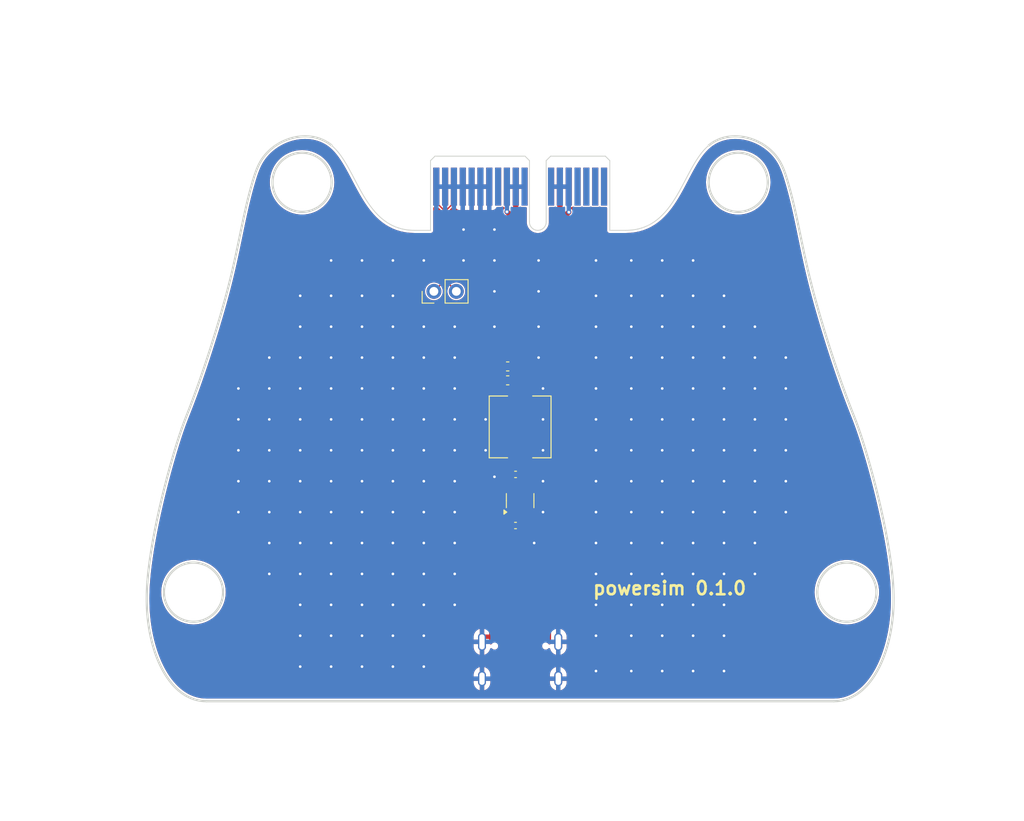
<source format=kicad_pcb>
(kicad_pcb (version 20240108) (generator "pcbnew") (generator_version "8.0")
  (layers (0 "F.Cu" signal) (31 "B.Cu" signal) (34 "B.Paste" user) (35 "F.Paste" user) (36 "B.SilkS" user "B.Silkscreen") (37 "F.SilkS" user "F.Silkscreen") (38 "B.Mask" user) (39 "F.Mask" user) (44 "Edge.Cuts" user))
  (net 0 "")
  (net 2 "Net-(U1-BST)")
  (net 8 "GND")
  (net 9 "+3.3V")
  (net 10 "+5V")
  (net 15 "CANN")
  (net 16 "CANP")
  (net 20 "Net-(U1-SW)")
  (footprint "Capacitor_SMD:C_0603_1608Metric" (layer "F.Cu") (at 145 86.075175 180)
    (property "Reference" "C4" (hide yes))
    (property "Value" "22u" (hide yes))
    (fp_line (start -0.14058 0.51) (end 0.14058 0.51) (stroke (width 0.12)) (layer "F.SilkS"))
    (fp_line (start -0.14058 -0.51) (end 0.14058 -0.51) (stroke (width 0.12)) (layer "F.SilkS"))
    (pad "1" smd roundrect (at -0.775 0 180) (size 0.9 0.95) (layers "F.Cu" "F.Paste" "F.Mask") (net 9 "+3.3V"))
    (pad "2" smd roundrect (at 0.775 0 180) (size 0.9 0.95) (layers "F.Cu" "F.Paste" "F.Mask") (net 8 "GND"))
  )
  (footprint "Capacitor_SMD:C_0603_1608Metric" (layer "F.Cu") (at 145 84.5 180)
    (property "Reference" "C3" (hide yes))
    (property "Value" "22u" (hide yes))
    (fp_line (start -0.14058 0.51) (end 0.14058 0.51) (stroke (width 0.12)) (layer "F.SilkS"))
    (fp_line (start -0.14058 -0.51) (end 0.14058 -0.51) (stroke (width 0.12)) (layer "F.SilkS"))
    (pad "1" smd roundrect (at -0.775 0 180) (size 0.9 0.95) (layers "F.Cu" "F.Paste" "F.Mask") (net 9 "+3.3V"))
    (pad "2" smd roundrect (at 0.775 0 180) (size 0.9 0.95) (layers "F.Cu" "F.Paste" "F.Mask") (net 8 "GND"))
  )
  (footprint "Connector_USB:USB_C_Receptacle_Palconn_UTC16-G" (layer "F.Cu") (at 146.41 117.625)
    (property "Reference" "J6" (hide yes))
    (property "Value" "USB_C_Receptacle_USB2.0_16P" (hide yes))
    (pad "" np_thru_hole circle (at -2.89 -1.45 180) (size 0.6 0.6) (drill 0.6) (layers "*.Cu" "*.Mask"))
    (pad "" np_thru_hole circle (at 2.89 -1.45 180) (size 0.6 0.6) (drill 0.6) (layers "*.Cu" "*.Mask"))
    (pad "A1" smd rect (at -3.2 -2.51) (size 0.6 1.16) (layers "F.Cu" "F.Paste" "F.Mask") (net 8 "GND"))
    (pad "A4" smd rect (at -2.4 -2.51) (size 0.6 1.16) (layers "F.Cu" "F.Paste" "F.Mask") (net 10 "+5V"))
    (pad "A5" smd rect (at -1.25 -2.51 180) (size 0.3 1.16) (layers "F.Cu" "F.Paste" "F.Mask"))
    (pad "A6" smd rect (at -0.25 -2.51 180) (size 0.3 1.16) (layers "F.Cu" "F.Paste" "F.Mask"))
    (pad "A7" smd rect (at 0.25 -2.51 180) (size 0.3 1.16) (layers "F.Cu" "F.Paste" "F.Mask"))
    (pad "A8" smd rect (at 1.25 -2.51 180) (size 0.3 1.16) (layers "F.Cu" "F.Paste" "F.Mask"))
    (pad "A9" smd rect (at 2.4 -2.51) (size 0.6 1.16) (layers "F.Cu" "F.Paste" "F.Mask") (net 10 "+5V"))
    (pad "A12" smd rect (at 3.2 -2.51) (size 0.6 1.16) (layers "F.Cu" "F.Paste" "F.Mask") (net 8 "GND"))
    (pad "B1" smd rect (at 3.2 -2.51) (size 0.6 1.16) (layers "F.Cu" "F.Paste" "F.Mask") (net 8 "GND"))
    (pad "B4" smd rect (at 2.4 -2.51) (size 0.6 1.16) (layers "F.Cu" "F.Paste" "F.Mask") (net 10 "+5V"))
    (pad "B5" smd rect (at 1.75 -2.51 180) (size 0.3 1.16) (layers "F.Cu" "F.Paste" "F.Mask"))
    (pad "B6" smd rect (at 0.75 -2.51 180) (size 0.3 1.16) (layers "F.Cu" "F.Paste" "F.Mask"))
    (pad "B7" smd rect (at -0.75 -2.51 180) (size 0.3 1.16) (layers "F.Cu" "F.Paste" "F.Mask"))
    (pad "B8" smd rect (at -1.75 -2.51 180) (size 0.3 1.16) (layers "F.Cu" "F.Paste" "F.Mask"))
    (pad "B9" smd rect (at -2.4 -2.51) (size 0.6 1.16) (layers "F.Cu" "F.Paste" "F.Mask") (net 10 "+5V"))
    (pad "B12" smd rect (at -3.2 -2.51) (size 0.6 1.16) (layers "F.Cu" "F.Paste" "F.Mask") (net 8 "GND"))
    (pad "S1" thru_hole oval (at -4.32 -1.93 90) (size 2 0.9) (drill oval 1.7 0.6) (layers "*.Cu" "*.Mask") (net 8 "GND"))
    (pad "S1" thru_hole oval (at -4.32 2.24 90) (size 1.7 0.9) (drill oval 1.4 0.6) (layers "*.Cu" "*.Mask") (net 8 "GND"))
    (pad "S1" thru_hole oval (at 4.32 -1.93 90) (size 2 0.9) (drill oval 1.7 0.6) (layers "*.Cu" "*.Mask") (net 8 "GND"))
    (pad "S1" thru_hole oval (at 4.32 2.24 90) (size 1.7 0.9) (drill oval 1.4 0.6) (layers "*.Cu" "*.Mask") (net 8 "GND"))
  )
  (footprint "Capacitor_SMD:C_0402_1005Metric" (layer "F.Cu") (at 145.893095 96.731528)
    (property "Reference" "C2" (hide yes))
    (property "Value" "100n" (hide yes))
    (fp_line (start -0.107836 -0.36) (end 0.107836 -0.36) (stroke (width 0.12)) (layer "F.SilkS"))
    (fp_line (start -0.107836 0.36) (end 0.107836 0.36) (stroke (width 0.12)) (layer "F.SilkS"))
    (pad "1" smd roundrect (at -0.48 0) (size 0.56 0.62) (layers "F.Cu" "F.Paste" "F.Mask") (net 2 "Net-(U1-BST)"))
    (pad "2" smd roundrect (at 0.48 0) (size 0.56 0.62) (layers "F.Cu" "F.Paste" "F.Mask") (net 20 "Net-(U1-SW)"))
  )
  (footprint "Package_TO_SOT_SMD:TSOT-23-6" (layer "F.Cu") (at 146.41 99.7 90)
    (property "Reference" "U1" (hide yes))
    (property "Value" "AP63203WU" (hide yes))
    (fp_line (start 0 -1.56) (end 0.8 -1.56) (stroke (width 0.12)) (layer "F.SilkS"))
    (fp_line (start 0 -1.56) (end -0.8 -1.56) (stroke (width 0.12)) (layer "F.SilkS"))
    (fp_line (start 0 1.56) (end 0.8 1.56) (stroke (width 0.12)) (layer "F.SilkS"))
    (fp_line (start 0 1.56) (end -0.8 1.56) (stroke (width 0.12)) (layer "F.SilkS"))
    (fp_poly (pts (xy -1.3 -1.51) (xy -1.54 -1.84) (xy -1.06 -1.84) (xy -1.3 -1.51)) (stroke (width 0.12)) (fill solid) (layer "F.SilkS"))
    (pad "1" smd roundrect (at -1.1375 -0.95 90) (size 1.325 0.6) (layers "F.Cu" "F.Paste" "F.Mask") (net 9 "+3.3V"))
    (pad "2" smd roundrect (at -1.1375 0 90) (size 1.325 0.6) (layers "F.Cu" "F.Paste" "F.Mask") (net 10 "+5V"))
    (pad "3" smd roundrect (at -1.1375 0.95 90) (size 1.325 0.6) (layers "F.Cu" "F.Paste" "F.Mask") (net 10 "+5V"))
    (pad "4" smd roundrect (at 1.1375 0.95 90) (size 1.325 0.6) (layers "F.Cu" "F.Paste" "F.Mask") (net 8 "GND"))
    (pad "5" smd roundrect (at 1.1375 0 90) (size 1.325 0.6) (layers "F.Cu" "F.Paste" "F.Mask") (net 20 "Net-(U1-SW)"))
    (pad "6" smd roundrect (at 1.1375 -0.95 90) (size 1.325 0.6) (layers "F.Cu" "F.Paste" "F.Mask") (net 2 "Net-(U1-BST)"))
  )
  (footprint "Connector_PinHeader_2.54mm:PinHeader_1x02_P2.54mm_Vertical" (layer "F.Cu") (at 136.643 76 90)
    (property "Reference" "J2" (hide yes))
    (property "Value" "Conn_01x02_Pin" (hide yes))
    (fp_line (start -1.33 -1.33) (end 0 -1.33) (stroke (width 0.12)) (layer "F.SilkS"))
    (fp_line (start -1.33 0) (end -1.33 -1.33) (stroke (width 0.12)) (layer "F.SilkS"))
    (fp_line (start 1.33 1.27) (end 1.33 3.87) (stroke (width 0.12)) (layer "F.SilkS"))
    (fp_line (start -1.33 1.27) (end 1.33 1.27) (stroke (width 0.12)) (layer "F.SilkS"))
    (fp_line (start -1.33 1.27) (end -1.33 3.87) (stroke (width 0.12)) (layer "F.SilkS"))
    (fp_line (start -1.33 3.87) (end 1.33 3.87) (stroke (width 0.12)) (layer "F.SilkS"))
    (pad "1" thru_hole circle (at 0 0 90) (size 1.7 1.7) (drill 1) (layers "*.Cu" "*.Mask") (net 16 "CANP"))
    (pad "2" thru_hole oval (at 0 2.54 90) (size 1.7 1.7) (drill 1) (layers "*.Cu" "*.Mask") (net 15 "CANN"))
  )
  (footprint "SLF7055T-6R8N2R8-3PF:IND_SLF7055T-6R8N2R8-3PF" (layer "F.Cu") (at 146.41 91.35 90)
    (property "Reference" "L1" (hide yes))
    (property "Value" "SLF7055T-6R8N2R8-3PF" (hide yes))
    (fp_line (start 3.5 -3.5) (end 3.5 -1.42) (stroke (width 0.127)) (layer "F.SilkS"))
    (fp_line (start -3.5 -3.5) (end 3.5 -3.5) (stroke (width 0.127)) (layer "F.SilkS"))
    (fp_line (start -3.5 -3.5) (end -3.5 -1.42) (stroke (width 0.127)) (layer "F.SilkS"))
    (fp_line (start 3.5 3.5) (end 3.5 1.42) (stroke (width 0.127)) (layer "F.SilkS"))
    (fp_line (start -3.5 3.5) (end -3.5 1.42) (stroke (width 0.127)) (layer "F.SilkS"))
    (fp_line (start -3.5 3.5) (end 3.5 3.5) (stroke (width 0.127)) (layer "F.SilkS"))
    (pad "1" smd rect (at -3.15 0 90) (size 1.5 2.2) (layers "F.Cu" "F.Paste" "F.Mask") (net 20 "Net-(U1-SW)"))
    (pad "2" smd rect (at 3.15 0 90) (size 1.5 2.2) (layers "F.Cu" "F.Paste" "F.Mask") (net 9 "+3.3V"))
  )
  (footprint "Capacitor_SMD:C_0402_1005Metric" (layer "F.Cu") (at 145.886304 102.51824 180)
    (property "Reference" "C1" (hide yes))
    (property "Value" "10u" (hide yes))
    (fp_line (start -0.107836 0.36) (end 0.107836 0.36) (stroke (width 0.12)) (layer "F.SilkS"))
    (fp_line (start -0.107836 -0.36) (end 0.107836 -0.36) (stroke (width 0.12)) (layer "F.SilkS"))
    (pad "1" smd roundrect (at -0.48 0 180) (size 0.56 0.62) (layers "F.Cu" "F.Paste" "F.Mask") (net 10 "+5V"))
    (pad "2" smd roundrect (at 0.48 0 180) (size 0.56 0.62) (layers "F.Cu" "F.Paste" "F.Mask") (net 8 "GND"))
  )
  (footprint "Connector_PCBEdge:BUS_PCIexpress_x1" (layer "B.Cu") (at 136.913 64.138595)
    (property "Reference" "J1" (hide yes))
    (property "Value" "Bus_PCI_Express_x1" (hide yes))
    (fp_line (start -0.65 -2.95) (end -0.65 4.95) (stroke (width 0.1)) (layer "Edge.Cuts"))
    (fp_line (start -0.15 -3.45) (end -0.65 -2.95) (stroke (width 0.1)) (layer "Edge.Cuts"))
    (fp_line (start 10.05 -3.45) (end -0.15 -3.45) (stroke (width 0.1)) (layer "Edge.Cuts"))
    (fp_line (start 10.05 -3.45) (end 10.55 -2.95) (stroke (width 0.1)) (layer "Edge.Cuts"))
    (fp_line (start 10.55 -2.95) (end 10.55 4) (stroke (width 0.1)) (layer "Edge.Cuts"))
    (fp_line (start 12.45 -2.95) (end 12.45 4) (stroke (width 0.1)) (layer "Edge.Cuts"))
    (fp_line (start 12.95 -3.45) (end 12.45 -2.95) (stroke (width 0.1)) (layer "Edge.Cuts"))
    (fp_line (start 19.15 -3.45) (end 12.95 -3.45) (stroke (width 0.1)) (layer "Edge.Cuts"))
    (fp_line (start 19.15 -3.45) (end 19.65 -2.95) (stroke (width 0.1)) (layer "Edge.Cuts"))
    (fp_line (start 19.65 -2.95) (end 19.65 4.95) (stroke (width 0.1)) (layer "Edge.Cuts"))
    (fp_arc (start 12.45 4) (mid 11.5 4.95) (end 10.55 4) (stroke (width 0.1)) (layer "Edge.Cuts"))
    (pad "A1" connect rect (at 0 0) (size 0.7 4.3) (layers "F.Cu" "F.Mask") (net 16 "CANP"))
    (pad "A2" connect rect (at 1 0) (size 0.7 4.3) (layers "F.Cu" "F.Mask"))
    (pad "A3" connect rect (at 2 0) (size 0.7 4.3) (layers "F.Cu" "F.Mask") (net 15 "CANN"))
    (pad "A4" connect rect (at 3 0) (size 0.7 4.3) (layers "F.Cu" "F.Mask") (net 8 "GND"))
    (pad "A5" connect rect (at 4 0) (size 0.7 4.3) (layers "F.Cu" "F.Mask") (net 8 "GND"))
    (pad "A6" connect rect (at 5 0) (size 0.7 4.3) (layers "F.Cu" "F.Mask") (net 8 "GND"))
    (pad "A7" connect rect (at 6 0) (size 0.7 4.3) (layers "F.Cu" "F.Mask") (net 8 "GND"))
    (pad "A8" connect rect (at 7 0) (size 0.7 4.3) (layers "F.Cu" "F.Mask"))
    (pad "A9" connect rect (at 8 0) (size 0.7 4.3) (layers "F.Cu" "F.Mask") (net 9 "+3.3V"))
    (pad "A10" connect rect (at 9 0) (size 0.7 4.3) (layers "F.Cu" "F.Mask") (net 9 "+3.3V"))
    (pad "A11" connect rect (at 10 0) (size 0.7 4.3) (layers "F.Cu" "F.Mask") (net 9 "+3.3V"))
    (pad "A12" connect rect (at 13 0) (size 0.7 4.3) (layers "F.Cu" "F.Mask") (net 10 "+5V"))
    (pad "A13" connect rect (at 14 0) (size 0.7 4.3) (layers "F.Cu" "F.Mask") (net 10 "+5V"))
    (pad "A14" connect rect (at 15 0) (size 0.7 4.3) (layers "F.Cu" "F.Mask") (net 10 "+5V"))
    (pad "A15" connect rect (at 16 0) (size 0.7 4.3) (layers "F.Cu" "F.Mask"))
    (pad "A16" connect rect (at 17 0) (size 0.7 4.3) (layers "F.Cu" "F.Mask"))
    (pad "A17" connect rect (at 18 0) (size 0.7 4.3) (layers "F.Cu" "F.Mask"))
    (pad "A18" connect rect (at 19 0) (size 0.7 4.3) (layers "F.Cu" "F.Mask"))
    (pad "B1" connect rect (at 0 0) (size 0.7 4.3) (layers "B.Cu" "B.Mask") (net 8 "GND"))
    (pad "B2" connect rect (at 1 0) (size 0.7 4.3) (layers "B.Cu" "B.Mask") (net 8 "GND"))
    (pad "B3" connect rect (at 2 0) (size 0.7 4.3) (layers "B.Cu" "B.Mask") (net 8 "GND"))
    (pad "B4" connect rect (at 3 0) (size 0.7 4.3) (layers "B.Cu" "B.Mask") (net 8 "GND"))
    (pad "B5" connect rect (at 4 0) (size 0.7 4.3) (layers "B.Cu" "B.Mask") (net 8 "GND"))
    (pad "B6" connect rect (at 5 0) (size 0.7 4.3) (layers "B.Cu" "B.Mask") (net 8 "GND"))
    (pad "B7" connect rect (at 6 0) (size 0.7 4.3) (layers "B.Cu" "B.Mask") (net 8 "GND"))
    (pad "B8" connect rect (at 7 0) (size 0.7 4.3) (layers "B.Cu" "B.Mask"))
    (pad "B9" connect rect (at 8 0) (size 0.7 4.3) (layers "B.Cu" "B.Mask") (net 9 "+3.3V"))
    (pad "B10" connect rect (at 9 0) (size 0.7 4.3) (layers "B.Cu" "B.Mask") (net 9 "+3.3V"))
    (pad "B11" connect rect (at 10 0) (size 0.7 4.3) (layers "B.Cu" "B.Mask") (net 9 "+3.3V"))
    (pad "B12" connect rect (at 13 0) (size 0.7 4.3) (layers "B.Cu" "B.Mask") (net 10 "+5V"))
    (pad "B13" connect rect (at 14 0) (size 0.7 4.3) (layers "B.Cu" "B.Mask") (net 10 "+5V"))
    (pad "B14" connect rect (at 15 0) (size 0.7 4.3) (layers "B.Cu" "B.Mask") (net 10 "+5V"))
    (pad "B15" connect rect (at 16 0) (size 0.7 4.3) (layers "B.Cu" "B.Mask"))
    (pad "B16" connect rect (at 17 0) (size 0.7 4.3) (layers "B.Cu" "B.Mask"))
    (pad "B17" connect rect (at 18 0) (size 0.7 4.3) (layers "B.Cu" "B.Mask"))
    (pad "B18" connect rect (at 19 0) (size 0.7 4.3) (layers "B.Cu" "B.Mask"))
  )
  (gr_curve (pts (xy 104.200217 108.833629) (xy 104.094575 110.19876) (xy 104.091862 111.420188) (xy 104.19191 112.609777)) (stroke (width 0.25)) (layer "Edge.Cuts"))
  (gr_curve (pts (xy 158.353479 69.088595) (xy 164.183489 69.088595) (xy 164.78237 61.925014) (xy 167.784109 59.460642)) (stroke (width 0.1)) (layer "Edge.Cuts"))
  (gr_circle (center 121.713305 63.648595) (end 118.363305 63.648595) (stroke (width 0.25)) (fill none) (layer "Edge.Cuts"))
  (gr_curve (pts (xy 108.082735 91.544879) (xy 106.804268 95.195924) (xy 104.634104 103.226822) (xy 104.200217 108.833629)) (stroke (width 0.25)) (layer "Edge.Cuts"))
  (gr_curve (pts (xy 104.19191 112.609777) (xy 104.630063 117.81952) (xy 107.039118 122.418595) (xy 110.892405 122.418595)) (stroke (width 0.25)) (layer "Edge.Cuts"))
  (gr_curve (pts (xy 167.784109 59.460642) (xy 170.210083 57.468961) (xy 174.205534 58.546668) (xy 175.818121 61.288482)) (stroke (width 0.25)) (layer "Edge.Cuts"))
  (gr_curve (pts (xy 188.626393 108.833629) (xy 188.732035 110.19876) (xy 188.734748 111.420188) (xy 188.6347 112.609777)) (stroke (width 0.25)) (layer "Edge.Cuts"))
  (gr_curve (pts (xy 134.473131 69.088595) (xy 128.64312 69.088595) (xy 128.044239 61.925014) (xy 125.042501 59.460642)) (stroke (width 0.1)) (layer "Edge.Cuts"))
  (gr_curve (pts (xy 113.472466 75.059248) (xy 112.290838 79.754285) (xy 110.351021 85.669927) (xy 108.978354 89.194163)) (stroke (width 0.25)) (layer "Edge.Cuts"))
  (gr_curve (pts (xy 188.6347 112.609777) (xy 188.196547 117.81952) (xy 185.787491 122.418595) (xy 181.934204 122.418595)) (stroke (width 0.25)) (layer "Edge.Cuts"))
  (gr_curve (pts (xy 176.687263 63.480371) (xy 177.785498 67.180024) (xy 178.221514 70.558899) (xy 179.354144 75.059248)) (stroke (width 0.25)) (layer "Edge.Cuts"))
  (gr_curve (pts (xy 179.354144 75.059248) (xy 180.535772 79.754285) (xy 182.475589 85.669927) (xy 183.848256 89.194163)) (stroke (width 0.25)) (layer "Edge.Cuts"))
  (gr_circle (center 183.413305 110.068595) (end 180.063305 110.068595) (stroke (width 0.25)) (fill none) (layer "Edge.Cuts"))
  (gr_circle (center 109.413305 110.068595) (end 106.063305 110.068595) (stroke (width 0.25)) (fill none) (layer "Edge.Cuts"))
  (gr_line (start 181.934204 122.418595) (end 110.892405 122.418595) (stroke (width 0.25)) (layer "Edge.Cuts"))
  (gr_curve (pts (xy 184.743874 91.544879) (xy 186.022342 95.195924) (xy 188.192506 103.226822) (xy 188.626393 108.833629)) (stroke (width 0.25)) (layer "Edge.Cuts"))
  (gr_line (start 136.263 69.088595) (end 134.473131 69.088595) (stroke (width 0.1)) (layer "Edge.Cuts"))
  (gr_curve (pts (xy 116.139346 63.480371) (xy 115.041112 67.180024) (xy 114.605095 70.558899) (xy 113.472466 75.059248)) (stroke (width 0.25)) (layer "Edge.Cuts"))
  (gr_curve (pts (xy 117.008488 61.288482) (xy 116.615003 61.957508) (xy 116.363394 62.725615) (xy 116.139346 63.480371)) (stroke (width 0.25)) (layer "Edge.Cuts"))
  (gr_curve (pts (xy 175.818121 61.288482) (xy 176.211606 61.957508) (xy 176.463215 62.725615) (xy 176.687263 63.480371)) (stroke (width 0.25)) (layer "Edge.Cuts"))
  (gr_circle (center 171.113305 63.648595) (end 167.763305 63.648595) (stroke (width 0.25)) (fill none) (layer "Edge.Cuts"))
  (gr_curve (pts (xy 108.978354 89.194163) (xy 108.681873 89.955359) (xy 108.41185 90.604993) (xy 108.082735 91.544879)) (stroke (width 0.25)) (layer "Edge.Cuts"))
  (gr_line (start 156.563305 69.088595) (end 158.353479 69.088595) (stroke (width 0.1)) (layer "Edge.Cuts"))
  (gr_curve (pts (xy 125.042501 59.460642) (xy 122.616527 57.468961) (xy 118.621076 58.546668) (xy 117.008488 61.288482)) (stroke (width 0.25)) (layer "Edge.Cuts"))
  (gr_curve (pts (xy 183.848256 89.194163) (xy 184.144737 89.955359) (xy 184.414759 90.604993) (xy 184.743874 91.544879)) (stroke (width 0.25)) (layer "Edge.Cuts"))
  (gr_text "powersim 0.1.0" (at 154.5 110.5 0) (layer "F.SilkS") (effects (font (size 1.5 1.5) (thickness 0.3) (bold yes)) (justify left bottom)))
  (segment (start 145.46 98.5625) (end 145.46 96.778433) (width 0.2) (layer "F.Cu") (net 2))
  (segment (start 145.46 96.778433) (end 145.413095 96.731528) (width 0.2) (layer "F.Cu") (net 2))
  (segment (start 142.913 64.138595) (end 139.913 64.138595) (width 0.5) (layer "F.Cu") (net 8))
  (via (at 166 97.5) (size 0.4) (drill 0.3) (layers "F.Cu" "B.Cu") (net 8))
  (via (at 143.5 72.5) (size 0.4) (drill 0.3) (layers "F.Cu" "B.Cu") (net 8))
  (via (at 169.5 94) (size 0.4) (drill 0.3) (layers "F.Cu" "B.Cu") (net 8))
  (via (at 159 87) (size 0.4) (drill 0.3) (layers "F.Cu" "B.Cu") (net 8))
  (via (at 162.5 101) (size 0.4) (drill 0.3) (layers "F.Cu" "B.Cu") (net 8))
  (via (at 128.5 108) (size 0.4) (drill 0.3) (layers "F.Cu" "B.Cu") (net 8))
  (via (at 155 90.5) (size 0.4) (drill 0.3) (layers "F.Cu" "B.Cu") (net 8))
  (via (at 135.5 111.5) (size 0.4) (drill 0.3) (layers "F.Cu" "B.Cu") (net 8))
  (via (at 132 118.5) (size 0.4) (drill 0.3) (layers "F.Cu" "B.Cu") (net 8))
  (via (at 143.5 80) (size 0.4) (drill 0.3) (layers "F.Cu" "B.Cu") (net 8))
  (via (at 118 87) (size 0.4) (drill 0.3) (layers "F.Cu" "B.Cu") (net 8))
  (via (at 140 72.5) (size 0.4) (drill 0.3) (layers "F.Cu" "B.Cu") (net 8))
  (via (at 121.5 83.5) (size 0.4) (drill 0.3) (layers "F.Cu" "B.Cu") (net 8))
  (via (at 121.5 101) (size 0.4) (drill 0.3) (layers "F.Cu" "B.Cu") (net 8))
  (via (at 118 90.5) (size 0.4) (drill 0.3) (layers "F.Cu" "B.Cu") (net 8))
  (via (at 159 83.5) (size 0.4) (drill 0.3) (layers "F.Cu" "B.Cu") (net 8))
  (via (at 176.5 101) (size 0.4) (drill 0.3) (layers "F.Cu" "B.Cu") (net 8))
  (via (at 135.5 94) (size 0.4) (drill 0.3) (layers "F.Cu" "B.Cu") (net 8))
  (via (at 118 101) (size 0.4) (drill 0.3) (layers "F.Cu" "B.Cu") (net 8))
  (via (at 132 87) (size 0.4) (drill 0.3) (layers "F.Cu" "B.Cu") (net 8))
  (via (at 132 76.5) (size 0.4) (drill 0.3) (layers "F.Cu" "B.Cu") (net 8))
  (via (at 139 87) (size 0.4) (drill 0.3) (layers "F.Cu" "B.Cu") (net 8))
  (via (at 125 101) (size 0.4) (drill 0.3) (layers "F.Cu" "B.Cu") (net 8))
  (via (at 166 115) (size 0.4) (drill 0.3) (layers "F.Cu" "B.Cu") (net 8))
  (via (at 166 80) (size 0.4) (drill 0.3) (layers "F.Cu" "B.Cu") (net 8))
  (via (at 162.5 80) (size 0.4) (drill 0.3) (layers "F.Cu" "B.Cu") (net 8))
  (via (at 166 72.5) (size 0.4) (drill 0.3) (layers "F.Cu" "B.Cu") (net 8))
  (via (at 149 101) (size 0.4) (drill 0.3) (layers "F.Cu" "B.Cu") (net 8))
  (via (at 173 90.5) (size 0.4) (drill 0.3) (layers "F.Cu" "B.Cu") (net 8))
  (via (at 162.5 108) (size 0.4) (drill 0.3) (layers "F.Cu" "B.Cu") (net 8))
  (via (at 155 104.5) (size 0.4) (drill 0.3) (layers "F.Cu" "B.Cu") (net 8))
  (via (at 128.5 80) (size 0.4) (drill 0.3) (layers "F.Cu" "B.Cu") (net 8))
  (via (at 114.5 101) (size 0.4) (drill 0.3) (layers "F.Cu" "B.Cu") (net 8))
  (via (at 166 76.5) (size 0.4) (drill 0.3) (layers "F.Cu" "B.Cu") (net 8))
  (via (at 162.5 90.5) (size 0.4) (drill 0.3) (layers "F.Cu" "B.Cu") (net 8))
  (via (at 132 115) (size 0.4) (drill 0.3) (layers "F.Cu" "B.Cu") (net 8))
  (via (at 125 90.5) (size 0.4) (drill 0.3) (layers "F.Cu" "B.Cu") (net 8))
  (via (at 169.5 87) (size 0.4) (drill 0.3) (layers "F.Cu" "B.Cu") (net 8))
  (via (at 128.5 101) (size 0.4) (drill 0.3) (layers "F.Cu" "B.Cu") (net 8))
  (via (at 135.5 115) (size 0.4) (drill 0.3) (layers "F.Cu" "B.Cu") (net 8))
  (via (at 159 94) (size 0.4) (drill 0.3) (layers "F.Cu" "B.Cu") (net 8))
  (via (at 135.5 97.5) (size 0.4) (drill 0.3) (layers "F.Cu" "B.Cu") (net 8))
  (via (at 142.5 90.5) (size 0.4) (drill 0.3) (layers "F.Cu" "B.Cu") (net 8))
  (via (at 159 80) (size 0.4) (drill 0.3) (layers "F.Cu" "B.Cu") (net 8))
  (via (at 121.5 97.5) (size 0.4) (drill 0.3) (layers "F.Cu" "B.Cu") (net 8))
  (via (at 155 108) (size 0.4) (drill 0.3) (layers "F.Cu" "B.Cu") (net 8))
  (via (at 155 94) (size 0.4) (drill 0.3) (layers "F.Cu" "B.Cu") (net 8))
  (via (at 128.5 87) (size 0.4) (drill 0.3) (layers "F.Cu" "B.Cu") (net 8))
  (via (at 125 83.5) (size 0.4) (drill 0.3) (layers "F.Cu" "B.Cu") (net 8))
  (via (at 169.5 104.5) (size 0.4) (drill 0.3) (layers "F.Cu" "B.Cu") (net 8))
  (via (at 162.5 76.5) (size 0.4) (drill 0.3) (layers "F.Cu" "B.Cu") (net 8))
  (via (at 173 104.5) (size 0.4) (drill 0.3) (layers "F.Cu" "B.Cu") (net 8))
  (via (at 169.5 80) (size 0.4) (drill 0.3) (layers "F.Cu" "B.Cu") (net 8))
  (via (at 155 111.5) (size 0.4) (drill 0.3) (layers "F.Cu" "B.Cu") (net 8))
  (via (at 135.5 87) (size 0.4) (drill 0.3) (layers "F.Cu" "B.Cu") (net 8))
  (via (at 149 87) (size 0.4) (drill 0.3) (layers "F.Cu" "B.Cu") (net 8))
  (via (at 162.5 97.5) (size 0.4) (drill 0.3) (layers "F.Cu" "B.Cu") (net 8))
  (via (at 139 111.5) (size 0.4) (drill 0.3) (layers "F.Cu" "B.Cu") (net 8))
  (via (at 166 87) (size 0.4) (drill 0.3) (layers "F.Cu" "B.Cu") (net 8))
  (via (at 132 80) (size 0.4) (drill 0.3) (layers "F.Cu" "B.Cu") (net 8))
  (via (at 155 87) (size 0.4) (drill 0.3) (layers "F.Cu" "B.Cu") (net 8))
  (via (at 121.5 111.5) (size 0.4) (drill 0.3) (layers "F.Cu" "B.Cu") (net 8))
  (via (at 135.5 101) (size 0.4) (drill 0.3) (layers "F.Cu" "B.Cu") (net 8))
  (via (at 169.5 83.5) (size 0.4) (drill 0.3) (layers "F.Cu" "B.Cu") (net 8))
  (via (at 155 119) (size 0.4) (drill 0.3) (layers "F.Cu" "B.Cu") (net 8))
  (via (at 149 97.5) (size 0.4) (drill 0.3) (layers "F.Cu" "B.Cu") (net 8))
  (via (at 173 87) (size 0.4) (drill 0.3) (layers "F.Cu" "B.Cu") (net 8))
  (via (at 128.5 104.5) (size 0.4) (drill 0.3) (layers "F.Cu" "B.Cu") (net 8))
  (via (at 159 97.5) (size 0.4) (drill 0.3) (layers "F.Cu" "B.Cu") (net 8))
  (via (at 169.5 76.5) (size 0.4) (drill 0.3) (layers "F.Cu" "B.Cu") (net 8))
  (via (at 166 90.5) (size 0.4) (drill 0.3) (layers "F.Cu" "B.Cu") (net 8))
  (via (at 121.5 76.5) (size 0.4) (drill 0.3) (layers "F.Cu" "B.Cu") (net 8))
  (via (at 125 72.5) (size 0.4) (drill 0.3) (layers "F.Cu" "B.Cu") (net 8))
  (via (at 148.5 83.5) (size 0.4) (drill 0.3) (layers "F.Cu" "B.Cu") (net 8))
  (via (at 159 76.5) (size 0.4) (drill 0.3) (layers "F.Cu" "B.Cu") (net 8))
  (via (at 128.5 90.5) (size 0.4) (drill 0.3) (layers "F.Cu" "B.Cu") (net 8))
  (via (at 128.5 83.5) (size 0.4) (drill 0.3) (layers "F.Cu" "B.Cu") (net 8))
  (via (at 173 97.5) (size 0.4) (drill 0.3) (layers "F.Cu" "B.Cu") (net 8))
  (via (at 135.5 80) (size 0.4) (drill 0.3) (layers "F.Cu" "B.Cu") (net 8))
  (via (at 159 119) (size 0.4) (drill 0.3) (layers "F.Cu" "B.Cu") (net 8))
  (via (at 132 94) (size 0.4) (drill 0.3) (layers "F.Cu" "B.Cu") (net 8))
  (via (at 132 101) (size 0.4) (drill 0.3) (layers "F.Cu" "B.Cu") (net 8))
  (via (at 118 97.5) (size 0.4) (drill 0.3) (layers "F.Cu" "B.Cu") (net 8))
  (via (at 128.5 76.5) (size 0.4) (drill 0.3) (layers "F.Cu" "B.Cu") (net 8))
  (via (at 118 94) (size 0.4) (drill 0.3) (layers "F.Cu" "B.Cu") (net 8))
  (via (at 162.5 94) (size 0.4) (drill 0.3) (layers "F.Cu" "B.Cu") (net 8))
  (via (at 114.5 97.5) (size 0.4) (drill 0.3) (layers "F.Cu" "B.Cu") (net 8))
  (via (at 173 94) (size 0.4) (drill 0.3) (layers "F.Cu" "B.Cu") (net 8))
  (via (at 159 108) (size 0.4) (drill 0.3) (layers "F.Cu" "B.Cu") (net 8))
  (via (at 128.5 94) (size 0.4) (drill 0.3) (layers "F.Cu" "B.Cu") (net 8))
  (via (at 159 115) (size 0.4) (drill 0.3) (layers "F.Cu" "B.Cu") (net 8))
  (via (at 166 111.5) (size 0.4) (drill 0.3) (layers "F.Cu" "B.Cu") (net 8))
  (via (at 139 104.5) (size 0.4) (drill 0.3) (layers "F.Cu" "B.Cu") (net 8))
  (via (at 148.5 80) (size 0.4) (drill 0.3) (layers "F.Cu" "B.Cu") (net 8))
  (via (at 139 90.5) (size 0.4) (drill 0.3) (layers "F.Cu" "B.Cu") (net 8))
  (via (at 143.5 76) (size 0.4) (drill 0.3) (layers "F.Cu" "B.Cu") (net 8))
  (via (at 142.5 94) (size 0.4) (drill 0.3) (layers "F.Cu" "B.Cu") (net 8))
  (via (at 162.5 115) (size 0.4) (drill 0.3) (layers "F.Cu" "B.Cu") (net 8))
  (via (at 148 104.5) (size 0.4) (drill 0.3) (layers "F.Cu" "B.Cu") (net 8))
  (via (at 121.5 94) (size 0.4) (drill 0.3) (layers "F.Cu" "B.Cu") (net 8))
  (via (at 125 87) (size 0.4) (drill 0.3) (layers "F.Cu" "B.Cu") (net 8))
  (via (at 121.5 115) (size 0.4) (drill 0.3) (layers "F.Cu" "B.Cu") (net 8))
  (via (at 121.5 80) (size 0.4) (drill 0.3) (layers "F.Cu" "B.Cu") (net 8))
  (via (at 125 76.5) (size 0.4) (drill 0.3) (layers "F.Cu" "B.Cu") (net 8))
  (via (at 176.5 97.5) (size 0.4) (drill 0.3) (layers "F.Cu" "B.Cu") (net 8))
  (via (at 169.5 101) (size 0.4) (drill 0.3) (layers "F.Cu" "B.Cu") (net 8))
  (via (at 173 101) (size 0.4) (drill 0.3) (layers "F.Cu" "B.Cu") (net 8))
  (via (at 135.5 72.5) (size 0.4) (drill 0.3) (layers "F.Cu" "B.Cu") (net 8))
  (via (at 121.5 90.5) (size 0.4) (drill 0.3) (layers "F.Cu" "B.Cu") (net 8))
  (via (at 125 94) (size 0.4) (drill 0.3) (layers "F.Cu" "B.Cu") (net 8))
  (via (at 125 108) (size 0.4) (drill 0.3) (layers "F.Cu" "B.Cu") (net 8))
  (via (at 159 101) (size 0.4) (drill 0.3) (layers "F.Cu" "B.Cu") (net 8))
  (via (at 166 83.5) (size 0.4) (drill 0.3) (layers "F.Cu" "B.Cu") (net 8))
  (via (at 135.5 118.5) (size 0.4) (drill 0.3) (layers "F.Cu" "B.Cu") (net 8))
  (via (at 132 104.5) (size 0.4) (drill 0.3) (layers "F.Cu" "B.Cu") (net 8))
  (via (at 139 108) (size 0.4) (drill 0.3) (layers "F.Cu" "B.Cu") (net 8))
  (via (at 155 80) (size 0.4) (drill 0.3) (layers "F.Cu" "B.Cu") (net 8))
  (via (at 121.5 87) (size 0.4) (drill 0.3) (layers "F.Cu" "B.Cu") (net 8))
  (via (at 166 119) (size 0.4) (drill 0.3) (layers "F.Cu" "B.Cu") (net 8))
  (via (at 132 111.5) (size 0.4) (drill 0.3) (layers "F.Cu" "B.Cu") (net 8))
  (via (at 149 90.5) (size 0.4) (drill 0.3) (layers "F.Cu" "B.Cu") (net 8))
  (via (at 162.5 83.5) (size 0.4) (drill 0.3) (layers "F.Cu" "B.Cu") (net 8))
  (via (at 128.5 97.5) (size 0.4) (drill 0.3) (layers "F.Cu" "B.Cu") (net 8))
  (via (at 166 108) (size 0.4) (drill 0.3) (layers "F.Cu" "B.Cu") (net 8))
  (via (at 162.5 72.5) (size 0.4) (drill 0.3) (layers "F.Cu" "B.Cu") (net 8))
  (via (at 114.5 94) (size 0.4) (drill 0.3) (layers "F.Cu" "B.Cu") (net 8))
  (via (at 173 108) (size 0.4) (drill 0.3) (layers "F.Cu" "B.Cu") (net 8))
  (via (at 125 104.5) (size 0.4) (drill 0.3) (layers "F.Cu" "B.Cu") (net 8))
  (via (at 176.5 94) (size 0.4) (drill 0.3) (layers "F.Cu" "B.Cu") (net 8))
  (via (at 121.5 118.5) (size 0.4) (drill 0.3) (layers "F.Cu" "B.Cu") (net 8))
  (via (at 139 101) (size 0.4) (drill 0.3) (layers "F.Cu" "B.Cu") (net 8))
  (via (at 125 111.5) (size 0.4) (drill 0.3) (layers "F.Cu" "B.Cu") (net 8))
  (via (at 132 83.5) (size 0.4) (drill 0.3) (layers "F.Cu" "B.Cu") (net 8))
  (via (at 173 83.5) (size 0.4) (drill 0.3) (layers "F.Cu" "B.Cu") (net 8))
  (via (at 121.5 104.5) (size 0.4) (drill 0.3) (layers "F.Cu" "B.Cu") (net 8))
  (via (at 139 80) (size 0.4) (drill 0.3) (layers "F.Cu" "B.Cu") (net 8))
  (via (at 128.5 72.5) (size 0.4) (drill 0.3) (layers "F.Cu" "B.Cu") (net 8))
  (via (at 169.5 108) (size 0.4) (drill 0.3) (layers "F.Cu" "B.Cu") (net 8))
  (via (at 162.5 87) (size 0.4) (drill 0.3) (layers "F.Cu" "B.Cu") (net 8))
  (via (at 149 94) (size 0.4) (drill 0.3) (layers "F.Cu" "B.Cu") (net 8))
  (via (at 155 101) (size 0.4) (drill 0.3) (layers "F.Cu" "B.Cu") (net 8))
  (via (at 125 80) (size 0.4) (drill 0.3) (layers "F.Cu" "B.Cu") (net 8))
  (via (at 135.5 83.5) (size 0.4) (drill 0.3) (layers "F.Cu" "B.Cu") (net 8))
  (via (at 125 115) (size 0.4) (drill 0.3) (layers "F.Cu" "B.Cu") (net 8))
  (via (at 139 97.5) (size 0.4) (drill 0.3) (layers "F.Cu" "B.Cu") (net 8))
  (via (at 159 104.5) (size 0.4) (drill 0.3) (layers "F.Cu" "B.Cu") (net 8))
  (via (at 128.5 115) (size 0.4) (drill 0.3) (layers "F.Cu" "B.Cu") (net 8))
  (via (at 118 108) (size 0.4) (drill 0.3) (layers "F.Cu" "B.Cu") (net 8))
  (via (at 135.5 104.5) (size 0.4) (drill 0.3) (layers "F.Cu" "B.Cu") (net 8))
  (via (at 143.5 69) (size 0.4) (drill 0.3) (layers "F.Cu" "B.Cu") (net 8))
  (via (at 132 72.5) (size 0.4) (drill 0.3) (layers "F.Cu" "B.Cu") (net 8))
  (via (at 148.5 72.5) (size 0.4) (drill 0.3) (layers "F.Cu" "B.Cu") (net 8))
  (via (at 132 108) (size 0.4) (drill 0.3) (layers "F.Cu" "B.Cu") (net 8))
  (via (at 155 72.5) (size 0.4) (drill 0.3) (layers "F.Cu" "B.Cu") (net 8))
  (via (at 155 97.5) (size 0.4) (drill 0.3) (layers "F.Cu" "B.Cu") (net 8))
  (via (at 162.5 104.5) (size 0.4) (drill 0.3) (layers "F.Cu" "B.Cu") (net 8))
  (via (at 176.5 87) (size 0.4) (drill 0.3) (layers "F.Cu" "B.Cu") (net 8))
  (via (at 118 83.5) (size 0.4) (drill 0.3) (layers "F.Cu" "B.Cu") (net 8))
  (via (at 173 80) (size 0.4) (drill 0.3) (layers "F.Cu" "B.Cu") (net 8))
  (via (at 135.5 90.5) (size 0.4) (drill 0.3) (layers "F.Cu" "B.Cu") (net 8))
  (via (at 135.5 108) (size 0.4) (drill 0.3) (layers "F.Cu" "B.Cu") (net 8))
  (via (at 176.5 83.5) (size 0.4) (drill 0.3) (layers "F.Cu" "B.Cu") (net 8))
  (via (at 176.5 90.5) (size 0.4) (drill 0.3) (layers "F.Cu" "B.Cu") (net 8))
  (via (at 169.5 90.5) (size 0.4) (drill 0.3) (layers "F.Cu" "B.Cu") (net 8))
  (via (at 148.5 76) (size 0.4) (drill 0.3) (layers "F.Cu" "B.Cu") (net 8))
  (via (at 132 97.5) (size 0.4) (drill 0.3) (layers "F.Cu" "B.Cu") (net 8))
  (via (at 118 104.5) (size 0.4) (drill 0.3) (layers "F.Cu" "B.Cu") (net 8))
  (via (at 132 90.5) (size 0.4) (drill 0.3) (layers "F.Cu" "B.Cu") (net 8))
  (via (at 139 94) (size 0.4) (drill 0.3) (layers "F.Cu" "B.Cu") (net 8))
  (via (at 159 111.5) (size 0.4) (drill 0.3) (layers "F.Cu" "B.Cu") (net 8))
  (via (at 155 76.5) (size 0.4) (drill 0.3) (layers "F.Cu" "B.Cu") (net 8))
  (via (at 125 97.5) (size 0.4) (drill 0.3) (layers "F.Cu" "B.Cu") (net 8))
  (via (at 128.5 118.5) (size 0.4) (drill 0.3) (layers "F.Cu" "B.Cu") (net 8))
  (via (at 166 104.5) (size 0.4) (drill 0.3) (layers "F.Cu" "B.Cu") (net 8))
  (via (at 166 101) (size 0.4) (drill 0.3) (layers "F.Cu" "B.Cu") (net 8))
  (via (at 155 115) (size 0.4) (drill 0.3) (layers "F.Cu" "B.Cu") (net 8))
  (via (at 140 69) (size 0.4) (drill 0.3) (layers "F.Cu" "B.Cu") (net 8))
  (via (at 169.5 97.5) (size 0.4) (drill 0.3) (layers "F.Cu" "B.Cu") (net 8))
  (via (at 121.5 108) (size 0.4) (drill 0.3) (layers "F.Cu" "B.Cu") (net 8))
  (via (at 162.5 119) (size 0.4) (drill 0.3) (layers "F.Cu" "B.Cu") (net 8))
  (via (at 143.5 97) (size 0.4) (drill 0.3) (layers "F.Cu" "B.Cu") (net 8))
  (via (at 155 83.5) (size 0.4) (drill 0.3) (layers "F.Cu" "B.Cu") (net 8))
  (via (at 159 90.5) (size 0.4) (drill 0.3) (layers "F.Cu" "B.Cu") (net 8))
  (via (at 169.5 119) (size 0.4) (drill 0.3) (layers "F.Cu" "B.Cu") (net 8))
  (via (at 169.5 111.5) (size 0.4) (drill 0.3) (layers "F.Cu" "B.Cu") (net 8))
  (via (at 114.5 90.5) (size 0.4) (drill 0.3) (layers "F.Cu" "B.Cu") (net 8))
  (via (at 162.5 111.5) (size 0.4) (drill 0.3) (layers "F.Cu" "B.Cu") (net 8))
  (via (at 114.5 87) (size 0.4) (drill 0.3) (layers "F.Cu" "B.Cu") (net 8))
  (via (at 169.5 115) (size 0.4) (drill 0.3) (layers "F.Cu" "B.Cu") (net 8))
  (via (at 139 83.5) (size 0.4) (drill 0.3) (layers "F.Cu" "B.Cu") (net 8))
  (via (at 125 118.5) (size 0.4) (drill 0.3) (layers "F.Cu" "B.Cu") (net 8))
  (via (at 166 94) (size 0.4) (drill 0.3) (layers "F.Cu" "B.Cu") (net 8))
  (via (at 128.5 111.5) (size 0.4) (drill 0.3) (layers "F.Cu" "B.Cu") (net 8))
  (via (at 159 72.5) (size 0.4) (drill 0.3) (layers "F.Cu" "B.Cu") (net 8))
  (segment (start 142.913 64.138595) (end 136.913 64.138595) (width 0.5) (layer "B.Cu") (net 8))
  (segment (start 145.913 87.703) (end 145.913 67.5) (width 0.6) (layer "F.Cu") (net 9))
  (segment (start 146.41 88.2) (end 145.913 87.703) (width 0.6) (layer "F.Cu") (net 9))
  (segment (start 145.46 100.8375) (end 141 96.3775) (width 0.2) (layer "F.Cu") (net 9))
  (segment (start 144.918787 64.144382) (end 144.913 64.138595) (width 0.5) (layer "F.Cu") (net 9))
  (segment (start 143.3 88.2) (end 146.41 88.2) (width 0.2) (layer "F.Cu") (net 9))
  (segment (start 145.913 67.5) (end 145.435529 67.5) (width 0.6) (layer "F.Cu") (net 9))
  (segment (start 145.913 67.5) (end 145.913 64.25) (width 0.6) (layer "F.Cu") (net 9))
  (segment (start 141 90.5) (end 143.3 88.2) (width 0.2) (layer "F.Cu") (net 9))
  (segment (start 144.913 64.138595) (end 146.913 64.138595) (width 0.5) (layer "F.Cu") (net 9))
  (segment (start 141 96.3775) (end 141 90.5) (width 0.2) (layer "F.Cu") (net 9))
  (segment (start 145.435529 67.5) (end 144.918787 66.983258) (width 0.6) (layer "F.Cu") (net 9))
  (via (at 144.918787 66.983258) (size 0.5) (drill 0.3) (layers "F.Cu" "B.Cu") (net 9))
  (segment (start 144.918787 64.144382) (end 144.913 64.138595) (width 0.5) (layer "B.Cu") (net 9))
  (segment (start 144.913 64.138595) (end 146.863 64.138595) (width 0.5) (layer "B.Cu") (net 9))
  (segment (start 144.918787 66.983258) (end 144.918787 64.144382) (width 0.5) (layer "B.Cu") (net 9))
  (segment (start 146.41 102) (end 146.41 108.41) (width 0.6) (layer "F.Cu") (net 10))
  (segment (start 146.41 108.41) (end 150.913 103.907) (width 0.6) (layer "F.Cu") (net 10))
  (segment (start 146.41 108.41) (end 144.01 110.81) (width 0.6) (layer "F.Cu") (net 10))
  (segment (start 148.81 115.115) (end 148.81 110.81) (width 0.6) (layer "F.Cu") (net 10))
  (segment (start 146.41 101.7875) (end 146.41 102) (width 0.6) (layer "F.Cu") (net 10))
  (segment (start 150.913 64.138595) (end 151.913 64.138595) (width 0.5) (layer "F.Cu") (net 10))
  (segment (start 151.923458 64.149053) (end 151.913 64.138595) (width 0.5) (layer "F.Cu") (net 10))
  (segment (start 144.01 110.81) (end 144.01 115.115) (width 0.6) (layer "F.Cu") (net 10))
  (segment (start 151.449091 67.5) (end 151.923458 67.025633) (width 0.6) (layer "F.Cu") (net 10))
  (segment (start 150.913 64.138595) (end 149.963 64.138595) (width 0.5) (layer "F.Cu") (net 10))
  (segment (start 147.36 100.8375) (end 146.41 101.7875) (width 0.6) (layer "F.Cu") (net 10))
  (segment (start 146.41 108.41) (end 148.81 110.81) (width 0.6) (layer "F.Cu") (net 10))
  (segment (start 150.913 103.907) (end 150.913 67.5) (width 0.6) (layer "F.Cu") (net 10))
  (segment (start 150.913 67.5) (end 151.449091 67.5) (width 0.6) (layer "F.Cu") (net 10))
  (segment (start 150.913 67.5) (end 150.913 64.138595) (width 0.6) (layer "F.Cu") (net 10))
  (segment (start 146.41 100.8375) (end 146.41 102) (width 0.6) (layer "F.Cu") (net 10))
  (via (at 151.923458 67.025633) (size 0.5) (drill 0.3) (layers "F.Cu" "B.Cu") (net 10))
  (segment (start 151.923458 67.025633) (end 151.923458 64.186757) (width 0.5) (layer "B.Cu") (net 10))
  (segment (start 151.913 64.138595) (end 149.963 64.138595) (width 0.5) (layer "B.Cu") (net 10))
  (segment (start 138.913 65.938595) (end 138.913 64.138595) (width 0.16) (layer "F.Cu") (net 15))
  (segment (start 139.183 76) (end 138.0593 74.8763) (width 0.16) (layer "F.Cu") (net 15))
  (segment (start 138.0593 74.8763) (end 138.0593 66.792295) (width 0.16) (layer "F.Cu") (net 15))
  (segment (start 138.0593 66.792295) (end 138.913 65.938595) (width 0.16) (layer "F.Cu") (net 15))
  (segment (start 137.7667 66.792295) (end 136.913 65.938595) (width 0.16) (layer "F.Cu") (net 16))
  (segment (start 136.643 76) (end 137.7667 74.8763) (width 0.16) (layer "F.Cu") (net 16))
  (segment (start 137.7667 74.8763) (end 137.7667 66.792295) (width 0.16) (layer "F.Cu") (net 16))
  (segment (start 136.913 65.938595) (end 136.913 64.138595) (width 0.16) (layer "F.Cu") (net 16))
  (segment (start 146.41 98.5625) (end 146.41 94.5) (width 0.6) (layer "F.Cu") (net 20))
  (zone (net 8) (net_name "GND") (layers "F&B.Cu") (connect_pads (clearance 0.15)) (min_thickness 0.25) (fill yes (thermal_gap 0.5) (thermal_bridge_width 0.5))
    (polygon (pts (xy 87.5 43) (xy 203.5 43) (xy 203.5 136) (xy 87.5 136)))
  )
  (zone (net 0) (net_name "") (layers "F&B.Cu") (name "keepout") (connect_pads (clearance 0)) (min_thickness 0.25)
    (keepout (tracks not_allowed) (vias not_allowed) (pads allowed) (copperpour not_allowed) (footprints allowed))
    (fill (thermal_gap 0.5) (thermal_bridge_width 0.5))
    (polygon (pts (xy 134.75 59.5) (xy 158 59.5) (xy 158 63.25) (xy 134.75 63.25)))
  )
)
</source>
